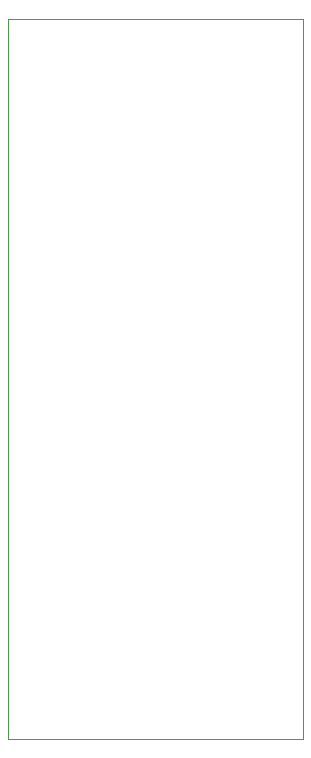
<source format=gbr>
%TF.GenerationSoftware,KiCad,Pcbnew,7.0.8-7.0.8~ubuntu22.04.1*%
%TF.CreationDate,2023-10-22T16:35:48+11:00*%
%TF.ProjectId,usbcontroller-c64,75736263-6f6e-4747-926f-6c6c65722d63,v01*%
%TF.SameCoordinates,Original*%
%TF.FileFunction,Profile,NP*%
%FSLAX46Y46*%
G04 Gerber Fmt 4.6, Leading zero omitted, Abs format (unit mm)*
G04 Created by KiCad (PCBNEW 7.0.8-7.0.8~ubuntu22.04.1) date 2023-10-22 16:35:48*
%MOMM*%
%LPD*%
G01*
G04 APERTURE LIST*
%TA.AperFunction,Profile*%
%ADD10C,0.100000*%
%TD*%
G04 APERTURE END LIST*
D10*
X140000000Y-150000000D02*
X140000000Y-89000000D01*
X165000000Y-89000000D02*
X165000000Y-150000000D01*
X140000000Y-89000000D02*
X165000000Y-89000000D01*
X165000000Y-150000000D02*
X140000000Y-150000000D01*
M02*

</source>
